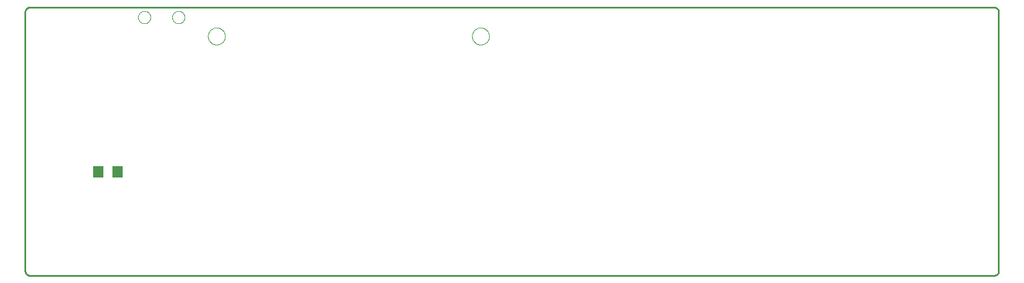
<source format=gtp>
G75*
%MOIN*%
%OFA0B0*%
%FSLAX25Y25*%
%IPPOS*%
%LPD*%
%AMOC8*
5,1,8,0,0,1.08239X$1,22.5*
%
%ADD10C,0.01000*%
%ADD11C,0.00000*%
%ADD12R,0.06299X0.07098*%
D10*
X0004000Y0002343D02*
X0570300Y0002343D01*
X0570398Y0002345D01*
X0570496Y0002351D01*
X0570594Y0002360D01*
X0570691Y0002374D01*
X0570788Y0002391D01*
X0570884Y0002412D01*
X0570979Y0002437D01*
X0571073Y0002465D01*
X0571165Y0002498D01*
X0571257Y0002533D01*
X0571347Y0002573D01*
X0571435Y0002615D01*
X0571522Y0002662D01*
X0571606Y0002711D01*
X0571689Y0002764D01*
X0571769Y0002820D01*
X0571848Y0002880D01*
X0571924Y0002942D01*
X0571997Y0003007D01*
X0572068Y0003075D01*
X0572136Y0003146D01*
X0572201Y0003219D01*
X0572263Y0003295D01*
X0572323Y0003374D01*
X0572379Y0003454D01*
X0572432Y0003537D01*
X0572481Y0003621D01*
X0572528Y0003708D01*
X0572570Y0003796D01*
X0572610Y0003886D01*
X0572645Y0003978D01*
X0572678Y0004070D01*
X0572706Y0004164D01*
X0572731Y0004259D01*
X0572752Y0004355D01*
X0572769Y0004452D01*
X0572783Y0004549D01*
X0572792Y0004647D01*
X0572798Y0004745D01*
X0572800Y0004843D01*
X0572800Y0157343D01*
X0572798Y0157441D01*
X0572792Y0157539D01*
X0572783Y0157637D01*
X0572769Y0157734D01*
X0572752Y0157831D01*
X0572731Y0157927D01*
X0572706Y0158022D01*
X0572678Y0158116D01*
X0572645Y0158208D01*
X0572610Y0158300D01*
X0572570Y0158390D01*
X0572528Y0158478D01*
X0572481Y0158565D01*
X0572432Y0158649D01*
X0572379Y0158732D01*
X0572323Y0158812D01*
X0572263Y0158891D01*
X0572201Y0158967D01*
X0572136Y0159040D01*
X0572068Y0159111D01*
X0571997Y0159179D01*
X0571924Y0159244D01*
X0571848Y0159306D01*
X0571769Y0159366D01*
X0571689Y0159422D01*
X0571606Y0159475D01*
X0571522Y0159524D01*
X0571435Y0159571D01*
X0571347Y0159613D01*
X0571257Y0159653D01*
X0571165Y0159688D01*
X0571073Y0159721D01*
X0570979Y0159749D01*
X0570884Y0159774D01*
X0570788Y0159795D01*
X0570691Y0159812D01*
X0570594Y0159826D01*
X0570496Y0159835D01*
X0570398Y0159841D01*
X0570300Y0159843D01*
X0004000Y0159843D01*
X0003902Y0159841D01*
X0003804Y0159835D01*
X0003706Y0159826D01*
X0003609Y0159812D01*
X0003512Y0159795D01*
X0003416Y0159774D01*
X0003321Y0159749D01*
X0003227Y0159721D01*
X0003135Y0159688D01*
X0003043Y0159653D01*
X0002953Y0159613D01*
X0002865Y0159571D01*
X0002778Y0159524D01*
X0002694Y0159475D01*
X0002611Y0159422D01*
X0002531Y0159366D01*
X0002452Y0159306D01*
X0002376Y0159244D01*
X0002303Y0159179D01*
X0002232Y0159111D01*
X0002164Y0159040D01*
X0002099Y0158967D01*
X0002037Y0158891D01*
X0001977Y0158812D01*
X0001921Y0158732D01*
X0001868Y0158649D01*
X0001819Y0158565D01*
X0001772Y0158478D01*
X0001730Y0158390D01*
X0001690Y0158300D01*
X0001655Y0158208D01*
X0001622Y0158116D01*
X0001594Y0158022D01*
X0001569Y0157927D01*
X0001548Y0157831D01*
X0001531Y0157734D01*
X0001517Y0157637D01*
X0001508Y0157539D01*
X0001502Y0157441D01*
X0001500Y0157343D01*
X0001500Y0004843D01*
X0001502Y0004745D01*
X0001508Y0004647D01*
X0001517Y0004549D01*
X0001531Y0004452D01*
X0001548Y0004355D01*
X0001569Y0004259D01*
X0001594Y0004164D01*
X0001622Y0004070D01*
X0001655Y0003978D01*
X0001690Y0003886D01*
X0001730Y0003796D01*
X0001772Y0003708D01*
X0001819Y0003621D01*
X0001868Y0003537D01*
X0001921Y0003454D01*
X0001977Y0003374D01*
X0002037Y0003295D01*
X0002099Y0003219D01*
X0002164Y0003146D01*
X0002232Y0003075D01*
X0002303Y0003007D01*
X0002376Y0002942D01*
X0002452Y0002880D01*
X0002531Y0002820D01*
X0002611Y0002764D01*
X0002694Y0002711D01*
X0002778Y0002662D01*
X0002865Y0002615D01*
X0002953Y0002573D01*
X0003043Y0002533D01*
X0003135Y0002498D01*
X0003227Y0002465D01*
X0003321Y0002437D01*
X0003416Y0002412D01*
X0003512Y0002391D01*
X0003609Y0002374D01*
X0003706Y0002360D01*
X0003804Y0002351D01*
X0003902Y0002345D01*
X0004000Y0002343D01*
D11*
X0108800Y0142943D02*
X0108802Y0143084D01*
X0108808Y0143225D01*
X0108818Y0143365D01*
X0108832Y0143505D01*
X0108850Y0143645D01*
X0108871Y0143784D01*
X0108897Y0143923D01*
X0108926Y0144061D01*
X0108960Y0144197D01*
X0108997Y0144333D01*
X0109038Y0144468D01*
X0109083Y0144602D01*
X0109132Y0144734D01*
X0109184Y0144865D01*
X0109240Y0144994D01*
X0109300Y0145121D01*
X0109363Y0145247D01*
X0109429Y0145371D01*
X0109500Y0145494D01*
X0109573Y0145614D01*
X0109650Y0145732D01*
X0109730Y0145848D01*
X0109814Y0145961D01*
X0109900Y0146072D01*
X0109990Y0146181D01*
X0110083Y0146287D01*
X0110178Y0146390D01*
X0110277Y0146491D01*
X0110378Y0146589D01*
X0110482Y0146684D01*
X0110589Y0146776D01*
X0110698Y0146865D01*
X0110810Y0146950D01*
X0110924Y0147033D01*
X0111040Y0147113D01*
X0111159Y0147189D01*
X0111280Y0147261D01*
X0111402Y0147331D01*
X0111527Y0147396D01*
X0111653Y0147459D01*
X0111781Y0147517D01*
X0111911Y0147572D01*
X0112042Y0147624D01*
X0112175Y0147671D01*
X0112309Y0147715D01*
X0112444Y0147756D01*
X0112580Y0147792D01*
X0112717Y0147824D01*
X0112855Y0147853D01*
X0112993Y0147878D01*
X0113133Y0147898D01*
X0113273Y0147915D01*
X0113413Y0147928D01*
X0113554Y0147937D01*
X0113694Y0147942D01*
X0113835Y0147943D01*
X0113976Y0147940D01*
X0114117Y0147933D01*
X0114257Y0147922D01*
X0114397Y0147907D01*
X0114537Y0147888D01*
X0114676Y0147866D01*
X0114814Y0147839D01*
X0114952Y0147809D01*
X0115088Y0147774D01*
X0115224Y0147736D01*
X0115358Y0147694D01*
X0115492Y0147648D01*
X0115624Y0147599D01*
X0115754Y0147545D01*
X0115883Y0147488D01*
X0116010Y0147428D01*
X0116136Y0147364D01*
X0116259Y0147296D01*
X0116381Y0147225D01*
X0116501Y0147151D01*
X0116618Y0147073D01*
X0116733Y0146992D01*
X0116846Y0146908D01*
X0116957Y0146821D01*
X0117065Y0146730D01*
X0117170Y0146637D01*
X0117273Y0146540D01*
X0117373Y0146441D01*
X0117470Y0146339D01*
X0117564Y0146234D01*
X0117655Y0146127D01*
X0117743Y0146017D01*
X0117828Y0145905D01*
X0117910Y0145790D01*
X0117989Y0145673D01*
X0118064Y0145554D01*
X0118136Y0145433D01*
X0118204Y0145310D01*
X0118269Y0145185D01*
X0118331Y0145058D01*
X0118388Y0144929D01*
X0118443Y0144799D01*
X0118493Y0144668D01*
X0118540Y0144535D01*
X0118583Y0144401D01*
X0118622Y0144265D01*
X0118657Y0144129D01*
X0118689Y0143992D01*
X0118716Y0143854D01*
X0118740Y0143715D01*
X0118760Y0143575D01*
X0118776Y0143435D01*
X0118788Y0143295D01*
X0118796Y0143154D01*
X0118800Y0143013D01*
X0118800Y0142873D01*
X0118796Y0142732D01*
X0118788Y0142591D01*
X0118776Y0142451D01*
X0118760Y0142311D01*
X0118740Y0142171D01*
X0118716Y0142032D01*
X0118689Y0141894D01*
X0118657Y0141757D01*
X0118622Y0141621D01*
X0118583Y0141485D01*
X0118540Y0141351D01*
X0118493Y0141218D01*
X0118443Y0141087D01*
X0118388Y0140957D01*
X0118331Y0140828D01*
X0118269Y0140701D01*
X0118204Y0140576D01*
X0118136Y0140453D01*
X0118064Y0140332D01*
X0117989Y0140213D01*
X0117910Y0140096D01*
X0117828Y0139981D01*
X0117743Y0139869D01*
X0117655Y0139759D01*
X0117564Y0139652D01*
X0117470Y0139547D01*
X0117373Y0139445D01*
X0117273Y0139346D01*
X0117170Y0139249D01*
X0117065Y0139156D01*
X0116957Y0139065D01*
X0116846Y0138978D01*
X0116733Y0138894D01*
X0116618Y0138813D01*
X0116501Y0138735D01*
X0116381Y0138661D01*
X0116259Y0138590D01*
X0116136Y0138522D01*
X0116010Y0138458D01*
X0115883Y0138398D01*
X0115754Y0138341D01*
X0115624Y0138287D01*
X0115492Y0138238D01*
X0115358Y0138192D01*
X0115224Y0138150D01*
X0115088Y0138112D01*
X0114952Y0138077D01*
X0114814Y0138047D01*
X0114676Y0138020D01*
X0114537Y0137998D01*
X0114397Y0137979D01*
X0114257Y0137964D01*
X0114117Y0137953D01*
X0113976Y0137946D01*
X0113835Y0137943D01*
X0113694Y0137944D01*
X0113554Y0137949D01*
X0113413Y0137958D01*
X0113273Y0137971D01*
X0113133Y0137988D01*
X0112993Y0138008D01*
X0112855Y0138033D01*
X0112717Y0138062D01*
X0112580Y0138094D01*
X0112444Y0138130D01*
X0112309Y0138171D01*
X0112175Y0138215D01*
X0112042Y0138262D01*
X0111911Y0138314D01*
X0111781Y0138369D01*
X0111653Y0138427D01*
X0111527Y0138490D01*
X0111402Y0138555D01*
X0111280Y0138625D01*
X0111159Y0138697D01*
X0111040Y0138773D01*
X0110924Y0138853D01*
X0110810Y0138936D01*
X0110698Y0139021D01*
X0110589Y0139110D01*
X0110482Y0139202D01*
X0110378Y0139297D01*
X0110277Y0139395D01*
X0110178Y0139496D01*
X0110083Y0139599D01*
X0109990Y0139705D01*
X0109900Y0139814D01*
X0109814Y0139925D01*
X0109730Y0140038D01*
X0109650Y0140154D01*
X0109573Y0140272D01*
X0109500Y0140392D01*
X0109429Y0140515D01*
X0109363Y0140639D01*
X0109300Y0140765D01*
X0109240Y0140892D01*
X0109184Y0141021D01*
X0109132Y0141152D01*
X0109083Y0141284D01*
X0109038Y0141418D01*
X0108997Y0141553D01*
X0108960Y0141689D01*
X0108926Y0141825D01*
X0108897Y0141963D01*
X0108871Y0142102D01*
X0108850Y0142241D01*
X0108832Y0142381D01*
X0108818Y0142521D01*
X0108808Y0142661D01*
X0108802Y0142802D01*
X0108800Y0142943D01*
X0087758Y0154043D02*
X0087760Y0154163D01*
X0087766Y0154284D01*
X0087776Y0154404D01*
X0087790Y0154523D01*
X0087808Y0154642D01*
X0087829Y0154761D01*
X0087855Y0154879D01*
X0087885Y0154995D01*
X0087918Y0155111D01*
X0087955Y0155226D01*
X0087996Y0155339D01*
X0088041Y0155451D01*
X0088089Y0155561D01*
X0088141Y0155670D01*
X0088197Y0155776D01*
X0088256Y0155881D01*
X0088319Y0155984D01*
X0088384Y0156085D01*
X0088454Y0156184D01*
X0088526Y0156280D01*
X0088601Y0156374D01*
X0088680Y0156465D01*
X0088762Y0156554D01*
X0088846Y0156639D01*
X0088933Y0156723D01*
X0089023Y0156803D01*
X0089116Y0156880D01*
X0089211Y0156954D01*
X0089308Y0157024D01*
X0089408Y0157092D01*
X0089510Y0157156D01*
X0089614Y0157217D01*
X0089720Y0157274D01*
X0089828Y0157328D01*
X0089937Y0157378D01*
X0090048Y0157425D01*
X0090161Y0157468D01*
X0090275Y0157507D01*
X0090390Y0157542D01*
X0090506Y0157574D01*
X0090623Y0157601D01*
X0090741Y0157625D01*
X0090860Y0157645D01*
X0090979Y0157661D01*
X0091099Y0157673D01*
X0091219Y0157681D01*
X0091340Y0157685D01*
X0091460Y0157685D01*
X0091581Y0157681D01*
X0091701Y0157673D01*
X0091821Y0157661D01*
X0091940Y0157645D01*
X0092059Y0157625D01*
X0092177Y0157601D01*
X0092294Y0157574D01*
X0092410Y0157542D01*
X0092525Y0157507D01*
X0092639Y0157468D01*
X0092752Y0157425D01*
X0092863Y0157378D01*
X0092972Y0157328D01*
X0093080Y0157274D01*
X0093186Y0157217D01*
X0093290Y0157156D01*
X0093392Y0157092D01*
X0093492Y0157024D01*
X0093589Y0156954D01*
X0093684Y0156880D01*
X0093777Y0156803D01*
X0093867Y0156723D01*
X0093954Y0156639D01*
X0094038Y0156554D01*
X0094120Y0156465D01*
X0094199Y0156374D01*
X0094274Y0156280D01*
X0094346Y0156184D01*
X0094416Y0156085D01*
X0094481Y0155984D01*
X0094544Y0155881D01*
X0094603Y0155776D01*
X0094659Y0155670D01*
X0094711Y0155561D01*
X0094759Y0155451D01*
X0094804Y0155339D01*
X0094845Y0155226D01*
X0094882Y0155111D01*
X0094915Y0154995D01*
X0094945Y0154879D01*
X0094971Y0154761D01*
X0094992Y0154642D01*
X0095010Y0154523D01*
X0095024Y0154404D01*
X0095034Y0154284D01*
X0095040Y0154163D01*
X0095042Y0154043D01*
X0095040Y0153923D01*
X0095034Y0153802D01*
X0095024Y0153682D01*
X0095010Y0153563D01*
X0094992Y0153444D01*
X0094971Y0153325D01*
X0094945Y0153207D01*
X0094915Y0153091D01*
X0094882Y0152975D01*
X0094845Y0152860D01*
X0094804Y0152747D01*
X0094759Y0152635D01*
X0094711Y0152525D01*
X0094659Y0152416D01*
X0094603Y0152310D01*
X0094544Y0152205D01*
X0094481Y0152102D01*
X0094416Y0152001D01*
X0094346Y0151902D01*
X0094274Y0151806D01*
X0094199Y0151712D01*
X0094120Y0151621D01*
X0094038Y0151532D01*
X0093954Y0151447D01*
X0093867Y0151363D01*
X0093777Y0151283D01*
X0093684Y0151206D01*
X0093589Y0151132D01*
X0093492Y0151062D01*
X0093392Y0150994D01*
X0093290Y0150930D01*
X0093186Y0150869D01*
X0093080Y0150812D01*
X0092972Y0150758D01*
X0092863Y0150708D01*
X0092752Y0150661D01*
X0092639Y0150618D01*
X0092525Y0150579D01*
X0092410Y0150544D01*
X0092294Y0150512D01*
X0092177Y0150485D01*
X0092059Y0150461D01*
X0091940Y0150441D01*
X0091821Y0150425D01*
X0091701Y0150413D01*
X0091581Y0150405D01*
X0091460Y0150401D01*
X0091340Y0150401D01*
X0091219Y0150405D01*
X0091099Y0150413D01*
X0090979Y0150425D01*
X0090860Y0150441D01*
X0090741Y0150461D01*
X0090623Y0150485D01*
X0090506Y0150512D01*
X0090390Y0150544D01*
X0090275Y0150579D01*
X0090161Y0150618D01*
X0090048Y0150661D01*
X0089937Y0150708D01*
X0089828Y0150758D01*
X0089720Y0150812D01*
X0089614Y0150869D01*
X0089510Y0150930D01*
X0089408Y0150994D01*
X0089308Y0151062D01*
X0089211Y0151132D01*
X0089116Y0151206D01*
X0089023Y0151283D01*
X0088933Y0151363D01*
X0088846Y0151447D01*
X0088762Y0151532D01*
X0088680Y0151621D01*
X0088601Y0151712D01*
X0088526Y0151806D01*
X0088454Y0151902D01*
X0088384Y0152001D01*
X0088319Y0152102D01*
X0088256Y0152205D01*
X0088197Y0152310D01*
X0088141Y0152416D01*
X0088089Y0152525D01*
X0088041Y0152635D01*
X0087996Y0152747D01*
X0087955Y0152860D01*
X0087918Y0152975D01*
X0087885Y0153091D01*
X0087855Y0153207D01*
X0087829Y0153325D01*
X0087808Y0153444D01*
X0087790Y0153563D01*
X0087776Y0153682D01*
X0087766Y0153802D01*
X0087760Y0153923D01*
X0087758Y0154043D01*
X0067758Y0154043D02*
X0067760Y0154163D01*
X0067766Y0154284D01*
X0067776Y0154404D01*
X0067790Y0154523D01*
X0067808Y0154642D01*
X0067829Y0154761D01*
X0067855Y0154879D01*
X0067885Y0154995D01*
X0067918Y0155111D01*
X0067955Y0155226D01*
X0067996Y0155339D01*
X0068041Y0155451D01*
X0068089Y0155561D01*
X0068141Y0155670D01*
X0068197Y0155776D01*
X0068256Y0155881D01*
X0068319Y0155984D01*
X0068384Y0156085D01*
X0068454Y0156184D01*
X0068526Y0156280D01*
X0068601Y0156374D01*
X0068680Y0156465D01*
X0068762Y0156554D01*
X0068846Y0156639D01*
X0068933Y0156723D01*
X0069023Y0156803D01*
X0069116Y0156880D01*
X0069211Y0156954D01*
X0069308Y0157024D01*
X0069408Y0157092D01*
X0069510Y0157156D01*
X0069614Y0157217D01*
X0069720Y0157274D01*
X0069828Y0157328D01*
X0069937Y0157378D01*
X0070048Y0157425D01*
X0070161Y0157468D01*
X0070275Y0157507D01*
X0070390Y0157542D01*
X0070506Y0157574D01*
X0070623Y0157601D01*
X0070741Y0157625D01*
X0070860Y0157645D01*
X0070979Y0157661D01*
X0071099Y0157673D01*
X0071219Y0157681D01*
X0071340Y0157685D01*
X0071460Y0157685D01*
X0071581Y0157681D01*
X0071701Y0157673D01*
X0071821Y0157661D01*
X0071940Y0157645D01*
X0072059Y0157625D01*
X0072177Y0157601D01*
X0072294Y0157574D01*
X0072410Y0157542D01*
X0072525Y0157507D01*
X0072639Y0157468D01*
X0072752Y0157425D01*
X0072863Y0157378D01*
X0072972Y0157328D01*
X0073080Y0157274D01*
X0073186Y0157217D01*
X0073290Y0157156D01*
X0073392Y0157092D01*
X0073492Y0157024D01*
X0073589Y0156954D01*
X0073684Y0156880D01*
X0073777Y0156803D01*
X0073867Y0156723D01*
X0073954Y0156639D01*
X0074038Y0156554D01*
X0074120Y0156465D01*
X0074199Y0156374D01*
X0074274Y0156280D01*
X0074346Y0156184D01*
X0074416Y0156085D01*
X0074481Y0155984D01*
X0074544Y0155881D01*
X0074603Y0155776D01*
X0074659Y0155670D01*
X0074711Y0155561D01*
X0074759Y0155451D01*
X0074804Y0155339D01*
X0074845Y0155226D01*
X0074882Y0155111D01*
X0074915Y0154995D01*
X0074945Y0154879D01*
X0074971Y0154761D01*
X0074992Y0154642D01*
X0075010Y0154523D01*
X0075024Y0154404D01*
X0075034Y0154284D01*
X0075040Y0154163D01*
X0075042Y0154043D01*
X0075040Y0153923D01*
X0075034Y0153802D01*
X0075024Y0153682D01*
X0075010Y0153563D01*
X0074992Y0153444D01*
X0074971Y0153325D01*
X0074945Y0153207D01*
X0074915Y0153091D01*
X0074882Y0152975D01*
X0074845Y0152860D01*
X0074804Y0152747D01*
X0074759Y0152635D01*
X0074711Y0152525D01*
X0074659Y0152416D01*
X0074603Y0152310D01*
X0074544Y0152205D01*
X0074481Y0152102D01*
X0074416Y0152001D01*
X0074346Y0151902D01*
X0074274Y0151806D01*
X0074199Y0151712D01*
X0074120Y0151621D01*
X0074038Y0151532D01*
X0073954Y0151447D01*
X0073867Y0151363D01*
X0073777Y0151283D01*
X0073684Y0151206D01*
X0073589Y0151132D01*
X0073492Y0151062D01*
X0073392Y0150994D01*
X0073290Y0150930D01*
X0073186Y0150869D01*
X0073080Y0150812D01*
X0072972Y0150758D01*
X0072863Y0150708D01*
X0072752Y0150661D01*
X0072639Y0150618D01*
X0072525Y0150579D01*
X0072410Y0150544D01*
X0072294Y0150512D01*
X0072177Y0150485D01*
X0072059Y0150461D01*
X0071940Y0150441D01*
X0071821Y0150425D01*
X0071701Y0150413D01*
X0071581Y0150405D01*
X0071460Y0150401D01*
X0071340Y0150401D01*
X0071219Y0150405D01*
X0071099Y0150413D01*
X0070979Y0150425D01*
X0070860Y0150441D01*
X0070741Y0150461D01*
X0070623Y0150485D01*
X0070506Y0150512D01*
X0070390Y0150544D01*
X0070275Y0150579D01*
X0070161Y0150618D01*
X0070048Y0150661D01*
X0069937Y0150708D01*
X0069828Y0150758D01*
X0069720Y0150812D01*
X0069614Y0150869D01*
X0069510Y0150930D01*
X0069408Y0150994D01*
X0069308Y0151062D01*
X0069211Y0151132D01*
X0069116Y0151206D01*
X0069023Y0151283D01*
X0068933Y0151363D01*
X0068846Y0151447D01*
X0068762Y0151532D01*
X0068680Y0151621D01*
X0068601Y0151712D01*
X0068526Y0151806D01*
X0068454Y0151902D01*
X0068384Y0152001D01*
X0068319Y0152102D01*
X0068256Y0152205D01*
X0068197Y0152310D01*
X0068141Y0152416D01*
X0068089Y0152525D01*
X0068041Y0152635D01*
X0067996Y0152747D01*
X0067955Y0152860D01*
X0067918Y0152975D01*
X0067885Y0153091D01*
X0067855Y0153207D01*
X0067829Y0153325D01*
X0067808Y0153444D01*
X0067790Y0153563D01*
X0067776Y0153682D01*
X0067766Y0153802D01*
X0067760Y0153923D01*
X0067758Y0154043D01*
X0263800Y0142943D02*
X0263802Y0143084D01*
X0263808Y0143225D01*
X0263818Y0143365D01*
X0263832Y0143505D01*
X0263850Y0143645D01*
X0263871Y0143784D01*
X0263897Y0143923D01*
X0263926Y0144061D01*
X0263960Y0144197D01*
X0263997Y0144333D01*
X0264038Y0144468D01*
X0264083Y0144602D01*
X0264132Y0144734D01*
X0264184Y0144865D01*
X0264240Y0144994D01*
X0264300Y0145121D01*
X0264363Y0145247D01*
X0264429Y0145371D01*
X0264500Y0145494D01*
X0264573Y0145614D01*
X0264650Y0145732D01*
X0264730Y0145848D01*
X0264814Y0145961D01*
X0264900Y0146072D01*
X0264990Y0146181D01*
X0265083Y0146287D01*
X0265178Y0146390D01*
X0265277Y0146491D01*
X0265378Y0146589D01*
X0265482Y0146684D01*
X0265589Y0146776D01*
X0265698Y0146865D01*
X0265810Y0146950D01*
X0265924Y0147033D01*
X0266040Y0147113D01*
X0266159Y0147189D01*
X0266280Y0147261D01*
X0266402Y0147331D01*
X0266527Y0147396D01*
X0266653Y0147459D01*
X0266781Y0147517D01*
X0266911Y0147572D01*
X0267042Y0147624D01*
X0267175Y0147671D01*
X0267309Y0147715D01*
X0267444Y0147756D01*
X0267580Y0147792D01*
X0267717Y0147824D01*
X0267855Y0147853D01*
X0267993Y0147878D01*
X0268133Y0147898D01*
X0268273Y0147915D01*
X0268413Y0147928D01*
X0268554Y0147937D01*
X0268694Y0147942D01*
X0268835Y0147943D01*
X0268976Y0147940D01*
X0269117Y0147933D01*
X0269257Y0147922D01*
X0269397Y0147907D01*
X0269537Y0147888D01*
X0269676Y0147866D01*
X0269814Y0147839D01*
X0269952Y0147809D01*
X0270088Y0147774D01*
X0270224Y0147736D01*
X0270358Y0147694D01*
X0270492Y0147648D01*
X0270624Y0147599D01*
X0270754Y0147545D01*
X0270883Y0147488D01*
X0271010Y0147428D01*
X0271136Y0147364D01*
X0271259Y0147296D01*
X0271381Y0147225D01*
X0271501Y0147151D01*
X0271618Y0147073D01*
X0271733Y0146992D01*
X0271846Y0146908D01*
X0271957Y0146821D01*
X0272065Y0146730D01*
X0272170Y0146637D01*
X0272273Y0146540D01*
X0272373Y0146441D01*
X0272470Y0146339D01*
X0272564Y0146234D01*
X0272655Y0146127D01*
X0272743Y0146017D01*
X0272828Y0145905D01*
X0272910Y0145790D01*
X0272989Y0145673D01*
X0273064Y0145554D01*
X0273136Y0145433D01*
X0273204Y0145310D01*
X0273269Y0145185D01*
X0273331Y0145058D01*
X0273388Y0144929D01*
X0273443Y0144799D01*
X0273493Y0144668D01*
X0273540Y0144535D01*
X0273583Y0144401D01*
X0273622Y0144265D01*
X0273657Y0144129D01*
X0273689Y0143992D01*
X0273716Y0143854D01*
X0273740Y0143715D01*
X0273760Y0143575D01*
X0273776Y0143435D01*
X0273788Y0143295D01*
X0273796Y0143154D01*
X0273800Y0143013D01*
X0273800Y0142873D01*
X0273796Y0142732D01*
X0273788Y0142591D01*
X0273776Y0142451D01*
X0273760Y0142311D01*
X0273740Y0142171D01*
X0273716Y0142032D01*
X0273689Y0141894D01*
X0273657Y0141757D01*
X0273622Y0141621D01*
X0273583Y0141485D01*
X0273540Y0141351D01*
X0273493Y0141218D01*
X0273443Y0141087D01*
X0273388Y0140957D01*
X0273331Y0140828D01*
X0273269Y0140701D01*
X0273204Y0140576D01*
X0273136Y0140453D01*
X0273064Y0140332D01*
X0272989Y0140213D01*
X0272910Y0140096D01*
X0272828Y0139981D01*
X0272743Y0139869D01*
X0272655Y0139759D01*
X0272564Y0139652D01*
X0272470Y0139547D01*
X0272373Y0139445D01*
X0272273Y0139346D01*
X0272170Y0139249D01*
X0272065Y0139156D01*
X0271957Y0139065D01*
X0271846Y0138978D01*
X0271733Y0138894D01*
X0271618Y0138813D01*
X0271501Y0138735D01*
X0271381Y0138661D01*
X0271259Y0138590D01*
X0271136Y0138522D01*
X0271010Y0138458D01*
X0270883Y0138398D01*
X0270754Y0138341D01*
X0270624Y0138287D01*
X0270492Y0138238D01*
X0270358Y0138192D01*
X0270224Y0138150D01*
X0270088Y0138112D01*
X0269952Y0138077D01*
X0269814Y0138047D01*
X0269676Y0138020D01*
X0269537Y0137998D01*
X0269397Y0137979D01*
X0269257Y0137964D01*
X0269117Y0137953D01*
X0268976Y0137946D01*
X0268835Y0137943D01*
X0268694Y0137944D01*
X0268554Y0137949D01*
X0268413Y0137958D01*
X0268273Y0137971D01*
X0268133Y0137988D01*
X0267993Y0138008D01*
X0267855Y0138033D01*
X0267717Y0138062D01*
X0267580Y0138094D01*
X0267444Y0138130D01*
X0267309Y0138171D01*
X0267175Y0138215D01*
X0267042Y0138262D01*
X0266911Y0138314D01*
X0266781Y0138369D01*
X0266653Y0138427D01*
X0266527Y0138490D01*
X0266402Y0138555D01*
X0266280Y0138625D01*
X0266159Y0138697D01*
X0266040Y0138773D01*
X0265924Y0138853D01*
X0265810Y0138936D01*
X0265698Y0139021D01*
X0265589Y0139110D01*
X0265482Y0139202D01*
X0265378Y0139297D01*
X0265277Y0139395D01*
X0265178Y0139496D01*
X0265083Y0139599D01*
X0264990Y0139705D01*
X0264900Y0139814D01*
X0264814Y0139925D01*
X0264730Y0140038D01*
X0264650Y0140154D01*
X0264573Y0140272D01*
X0264500Y0140392D01*
X0264429Y0140515D01*
X0264363Y0140639D01*
X0264300Y0140765D01*
X0264240Y0140892D01*
X0264184Y0141021D01*
X0264132Y0141152D01*
X0264083Y0141284D01*
X0264038Y0141418D01*
X0263997Y0141553D01*
X0263960Y0141689D01*
X0263926Y0141825D01*
X0263897Y0141963D01*
X0263871Y0142102D01*
X0263850Y0142241D01*
X0263832Y0142381D01*
X0263818Y0142521D01*
X0263808Y0142661D01*
X0263802Y0142802D01*
X0263800Y0142943D01*
D12*
X0055698Y0063143D03*
X0044502Y0063143D03*
M02*

</source>
